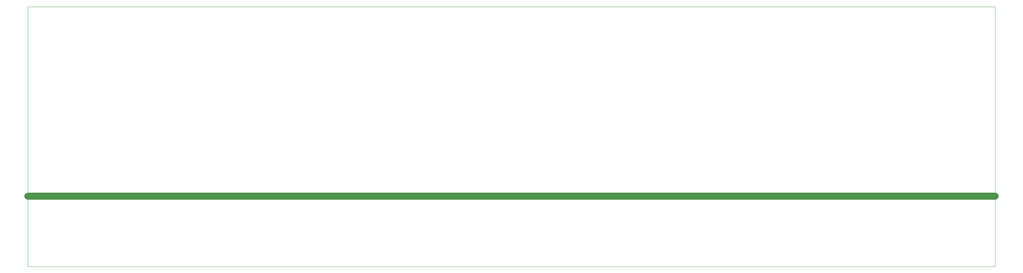
<source format=gm1>
G04 #@! TF.GenerationSoftware,KiCad,Pcbnew,8.0.8*
G04 #@! TF.CreationDate,2025-03-20T18:17:03-07:00*
G04 #@! TF.ProjectId,Output Board,4f757470-7574-4204-926f-6172642e6b69,rev?*
G04 #@! TF.SameCoordinates,Original*
G04 #@! TF.FileFunction,Profile,NP*
%FSLAX46Y46*%
G04 Gerber Fmt 4.6, Leading zero omitted, Abs format (unit mm)*
G04 Created by KiCad (PCBNEW 8.0.8) date 2025-03-20 18:17:03*
%MOMM*%
%LPD*%
G01*
G04 APERTURE LIST*
G04 #@! TA.AperFunction,Profile*
%ADD10C,0.050000*%
G04 #@! TD*
G04 #@! TA.AperFunction,Profile*
%ADD11C,2.000000*%
G04 #@! TD*
G04 APERTURE END LIST*
D10*
X65300000Y-105820000D02*
X65300000Y-30820000D01*
X344700000Y-105820000D02*
X344700000Y-30820000D01*
X344700000Y-30820000D02*
X65300000Y-30820000D01*
D11*
X65300000Y-85500000D02*
X344700000Y-85500000D01*
D10*
X65300000Y-105820000D02*
X344700000Y-105820000D01*
M02*

</source>
